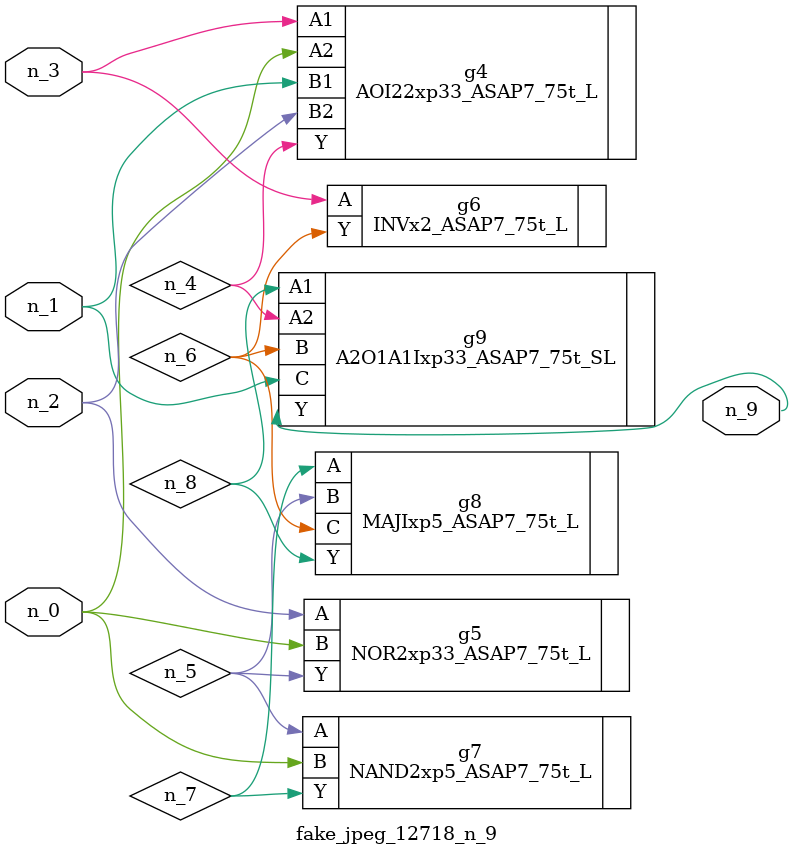
<source format=v>
module fake_jpeg_12718_n_9 (n_0, n_3, n_2, n_1, n_9);

input n_0;
input n_3;
input n_2;
input n_1;

output n_9;

wire n_4;
wire n_8;
wire n_6;
wire n_5;
wire n_7;

AOI22xp33_ASAP7_75t_L g4 ( 
.A1(n_3),
.A2(n_0),
.B1(n_1),
.B2(n_2),
.Y(n_4)
);

NOR2xp33_ASAP7_75t_L g5 ( 
.A(n_2),
.B(n_0),
.Y(n_5)
);

INVx2_ASAP7_75t_L g6 ( 
.A(n_3),
.Y(n_6)
);

NAND2xp5_ASAP7_75t_L g7 ( 
.A(n_5),
.B(n_0),
.Y(n_7)
);

MAJIxp5_ASAP7_75t_L g8 ( 
.A(n_7),
.B(n_5),
.C(n_6),
.Y(n_8)
);

A2O1A1Ixp33_ASAP7_75t_SL g9 ( 
.A1(n_8),
.A2(n_4),
.B(n_6),
.C(n_1),
.Y(n_9)
);


endmodule
</source>
